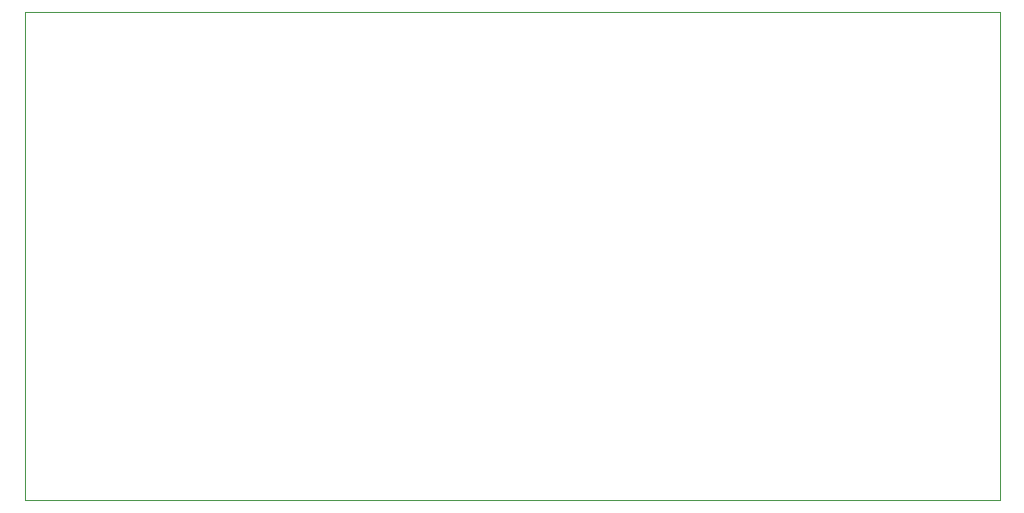
<source format=gbr>
%TF.GenerationSoftware,KiCad,Pcbnew,8.0.5*%
%TF.CreationDate,2024-10-23T20:01:10-04:00*%
%TF.ProjectId,HackPadCase,4861636b-5061-4644-9361-73652e6b6963,rev?*%
%TF.SameCoordinates,Original*%
%TF.FileFunction,Profile,NP*%
%FSLAX46Y46*%
G04 Gerber Fmt 4.6, Leading zero omitted, Abs format (unit mm)*
G04 Created by KiCad (PCBNEW 8.0.5) date 2024-10-23 20:01:10*
%MOMM*%
%LPD*%
G01*
G04 APERTURE LIST*
%TA.AperFunction,Profile*%
%ADD10C,0.050000*%
%TD*%
G04 APERTURE END LIST*
D10*
X119530865Y-60148500D02*
X202175000Y-60148500D01*
X202175000Y-101561500D01*
X119530865Y-101561500D01*
X119530865Y-60148500D01*
M02*

</source>
